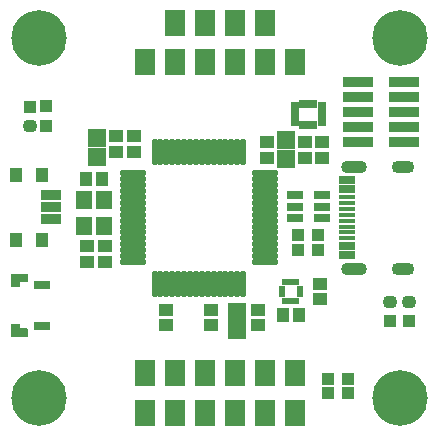
<source format=gts>
%TF.GenerationSoftware,Altium Limited,Altium Designer,25.6.2 (33)*%
G04 Layer_Color=8388736*
%FSLAX45Y45*%
%MOMM*%
%TF.SameCoordinates,DF3DBB3C-48A9-464C-9951-F34C30E37C37*%
%TF.FilePolarity,Negative*%
%TF.FileFunction,Soldermask,Top*%
%TF.Part,Single*%
G01*
G75*
%TA.AperFunction,SMDPad,CuDef*%
%ADD80R,2.60320X0.96320*%
%ADD81R,0.80320X0.50320*%
%ADD82R,0.50320X0.80320*%
%ADD83R,1.70320X2.20320*%
%ADD84R,1.34003X0.70002*%
%ADD85R,1.20320X1.10320*%
%ADD86R,1.10320X1.00320*%
G04:AMPARAMS|DCode=87|XSize=0.5832mm|YSize=0.5532mm|CornerRadius=0.11735mm|HoleSize=0mm|Usage=FLASHONLY|Rotation=270.000|XOffset=0mm|YOffset=0mm|HoleType=Round|Shape=RoundedRectangle|*
%AMROUNDEDRECTD87*
21,1,0.58320,0.31850,0,0,270.0*
21,1,0.34850,0.55320,0,0,270.0*
1,1,0.23470,-0.15925,-0.17425*
1,1,0.23470,-0.15925,0.17425*
1,1,0.23470,0.15925,0.17425*
1,1,0.23470,0.15925,-0.17425*
%
%ADD87ROUNDEDRECTD87*%
%ADD88R,1.40320X0.80320*%
%ADD89R,1.60320X1.50320*%
%ADD90R,1.10320X1.20320*%
%ADD91O,0.50320X2.30320*%
%ADD92O,2.30320X0.50320*%
%ADD93R,1.40320X1.60320*%
%ADD94R,1.00320X1.10320*%
%ADD95R,1.40320X0.80320*%
%TA.AperFunction,ConnectorPad*%
%ADD96R,1.70320X0.90320*%
%TA.AperFunction,SMDPad,CuDef*%
G04:AMPARAMS|DCode=97|XSize=1.0032mm|YSize=1.1032mm|CornerRadius=0.3016mm|HoleSize=0mm|Usage=FLASHONLY|Rotation=270.000|XOffset=0mm|YOffset=0mm|HoleType=Round|Shape=RoundedRectangle|*
%AMROUNDEDRECTD97*
21,1,1.00320,0.50000,0,0,270.0*
21,1,0.40000,1.10320,0,0,270.0*
1,1,0.60320,-0.25000,-0.20000*
1,1,0.60320,-0.25000,0.20000*
1,1,0.60320,0.25000,0.20000*
1,1,0.60320,0.25000,-0.20000*
%
%ADD97ROUNDEDRECTD97*%
%ADD98R,1.10320X1.00320*%
%TA.AperFunction,ConnectorPad*%
%ADD99R,1.00320X1.20320*%
%TA.AperFunction,SMDPad,CuDef*%
%ADD100R,1.34003X0.40002*%
%TA.AperFunction,ComponentPad*%
%ADD101O,2.20002X1.10002*%
%ADD102O,1.90002X1.10002*%
%TA.AperFunction,ViaPad*%
%ADD103C,4.70320*%
G36*
X1730999Y1977125D02*
X1731960Y1976833D01*
X1732433Y1976581D01*
X1732846Y1976360D01*
X1733623Y1975723D01*
Y1975722D01*
X1733623D01*
X1734260Y1974946D01*
X1734481Y1974534D01*
X1734734Y1974060D01*
X1735025Y1973099D01*
X1735124Y1972099D01*
X1735126Y1937221D01*
X1795003D01*
X1796003Y1937123D01*
X1796964Y1936831D01*
X1797850Y1936358D01*
X1798627Y1935720D01*
X1799264Y1934944D01*
X1799738Y1934057D01*
X1800029Y1933096D01*
X1800128Y1932096D01*
Y1867100D01*
X1800029Y1866100D01*
X1799738Y1865139D01*
X1799264Y1864253D01*
X1798627Y1863476D01*
X1797850Y1862839D01*
X1796964Y1862365D01*
X1796003Y1862074D01*
X1795003Y1861975D01*
X1665000D01*
X1664001Y1862074D01*
X1663039Y1862365D01*
X1662153Y1862839D01*
X1661377Y1863476D01*
X1660739Y1864253D01*
X1660266Y1865139D01*
X1659974Y1866100D01*
X1659876Y1867100D01*
Y1972099D01*
X1659974Y1973098D01*
X1660266Y1974060D01*
X1660739Y1974946D01*
X1661377Y1975722D01*
X1662153Y1976360D01*
X1663039Y1976833D01*
X1664001Y1977125D01*
X1665000Y1977224D01*
X1729999D01*
X1730999Y1977125D01*
D02*
G37*
G36*
X1796003Y2402103D02*
X1796964Y2401811D01*
X1797850Y2401338D01*
X1798627Y2400700D01*
X1799264Y2399924D01*
X1799738Y2399037D01*
X1800029Y2398076D01*
X1800128Y2397076D01*
Y2332080D01*
X1800029Y2331080D01*
X1799738Y2330119D01*
X1799264Y2329233D01*
X1798627Y2328456D01*
X1797850Y2327819D01*
X1796964Y2327345D01*
X1796003Y2327054D01*
X1795003Y2326955D01*
X1735127D01*
Y2292080D01*
X1735028Y2291081D01*
X1734736Y2290119D01*
X1734263Y2289233D01*
X1733740Y2288596D01*
X1733626Y2288457D01*
X1733625D01*
Y2288456D01*
X1733487Y2288343D01*
X1732849Y2287819D01*
X1731963Y2287345D01*
X1731002Y2287054D01*
X1730002Y2286955D01*
X1665001Y2286953D01*
X1665000D01*
D01*
X1664001Y2287051D01*
X1663039Y2287343D01*
X1662153Y2287816D01*
X1661516Y2288340D01*
X1661377Y2288454D01*
Y2288454D01*
X1661377D01*
X1661263Y2288593D01*
X1660739Y2289230D01*
X1660266Y2290116D01*
X1659974Y2291078D01*
X1659876Y2292077D01*
Y2292078D01*
D01*
Y2397076D01*
X1659974Y2398076D01*
X1660266Y2399037D01*
X1660739Y2399924D01*
X1661377Y2400700D01*
X1662153Y2401338D01*
X1663039Y2401811D01*
X1664001Y2402103D01*
X1665000Y2402201D01*
X1795003D01*
X1796003Y2402103D01*
D02*
G37*
D80*
X4600790Y3893028D02*
D03*
Y3766028D02*
D03*
Y3639028D02*
D03*
Y3512028D02*
D03*
X4990791D02*
D03*
Y4020028D02*
D03*
Y3893028D02*
D03*
Y3766028D02*
D03*
Y3639028D02*
D03*
X4600790Y4020028D02*
D03*
D81*
X4292297Y3825001D02*
D03*
Y3774999D02*
D03*
X4062295D02*
D03*
Y3725001D02*
D03*
X4292297D02*
D03*
X4062295Y3674999D02*
D03*
Y3825001D02*
D03*
X4292297Y3674999D02*
D03*
D82*
X4227298Y3659998D02*
D03*
X4177296D02*
D03*
X4227298Y3840002D02*
D03*
X4177296D02*
D03*
X4127299D02*
D03*
Y3659998D02*
D03*
D83*
X4060000Y4190020D02*
D03*
X3806000Y4524973D02*
D03*
X2790000Y1224978D02*
D03*
Y1559983D02*
D03*
X3298000Y1224978D02*
D03*
X4060000Y1559983D02*
D03*
X3806000D02*
D03*
X3552000D02*
D03*
X3298000D02*
D03*
X3044000D02*
D03*
X3552000Y4524973D02*
D03*
X3806000Y4190020D02*
D03*
X3044000Y1224978D02*
D03*
X4060000D02*
D03*
X3806000D02*
D03*
X3552000D02*
D03*
X3298000Y4524973D02*
D03*
X3044000D02*
D03*
X3552000Y4190020D02*
D03*
X3298000D02*
D03*
X3044000D02*
D03*
X2790000D02*
D03*
D84*
X4501589Y3194989D02*
D03*
Y2555011D02*
D03*
Y3115005D02*
D03*
Y2634995D02*
D03*
D85*
X4290000Y3382502D02*
D03*
X4150000D02*
D03*
X4275000Y2317497D02*
D03*
X3825000Y3517498D02*
D03*
X3750000Y1962505D02*
D03*
X2700000Y3567498D02*
D03*
X2547499D02*
D03*
X2457806Y2497502D02*
D03*
X2306027D02*
D03*
X3350000Y1962502D02*
D03*
X2975000Y1962505D02*
D03*
X4290000Y3517498D02*
D03*
X4150000D02*
D03*
X2700000Y3432502D02*
D03*
X2547499D02*
D03*
X2457806Y2632498D02*
D03*
X3825000Y3382502D02*
D03*
X2975000Y2097501D02*
D03*
X2306027Y2632503D02*
D03*
X4275000Y2182501D02*
D03*
X3750000Y2097501D02*
D03*
X3350000Y2097502D02*
D03*
D86*
X4262296Y2599990D02*
D03*
X4515000Y1389800D02*
D03*
X4345000D02*
D03*
X4515000Y1510200D02*
D03*
X4345000D02*
D03*
X4092296Y2599990D02*
D03*
X4262296Y2724990D02*
D03*
X4092296D02*
D03*
D87*
X4076502Y2326498D02*
D03*
X4026500Y2173499D02*
D03*
X3976503D02*
D03*
X4103000Y2274997D02*
D03*
X4026500Y2326498D02*
D03*
X3976503D02*
D03*
X3950000Y2274997D02*
D03*
Y2225000D02*
D03*
X4076502Y2173499D02*
D03*
X4103000Y2225000D02*
D03*
D88*
X4062295Y2969764D02*
D03*
X4292297Y2874763D02*
D03*
Y3064766D02*
D03*
X4062295Y2874763D02*
D03*
Y3064766D02*
D03*
X4292297Y2969764D02*
D03*
D89*
X3985000Y3530000D02*
D03*
X3575000Y1920000D02*
D03*
X2385000Y3549998D02*
D03*
Y3389999D02*
D03*
X3575000Y2080000D02*
D03*
X3985000Y3370000D02*
D03*
D90*
X3958997Y2052502D02*
D03*
X2427499Y3203951D02*
D03*
X2292498D02*
D03*
X4093998Y2052502D02*
D03*
D91*
X2925001Y3434999D02*
D03*
X3425005Y2315001D02*
D03*
X2925001D02*
D03*
X3025001Y3434999D02*
D03*
X2975004D02*
D03*
X3475003D02*
D03*
X3275003D02*
D03*
X3025001Y2315001D02*
D03*
X3125001D02*
D03*
X3175003D02*
D03*
X3075004D02*
D03*
X3525005D02*
D03*
X3475003D02*
D03*
X3225001Y3434999D02*
D03*
X3525005D02*
D03*
X3575003D02*
D03*
X3125001D02*
D03*
X3325000D02*
D03*
X3625005D02*
D03*
X3325000Y2315001D02*
D03*
X3275003D02*
D03*
X3225001D02*
D03*
X2875004D02*
D03*
X3375003D02*
D03*
X3075004Y3434999D02*
D03*
X3175003D02*
D03*
X3375003D02*
D03*
X3425005D02*
D03*
X3625005Y2315001D02*
D03*
X2975004D02*
D03*
X2875004Y3434999D02*
D03*
X3575003Y2315001D02*
D03*
D92*
X2690000Y2699999D02*
D03*
Y2550002D02*
D03*
Y2599999D02*
D03*
X3810003Y3050001D02*
D03*
Y3099998D02*
D03*
X2690000Y3199998D02*
D03*
X3810003Y2699999D02*
D03*
Y2750002D02*
D03*
Y2999999D02*
D03*
Y2799999D02*
D03*
Y3199998D02*
D03*
Y3150001D02*
D03*
Y2950001D02*
D03*
Y2899999D02*
D03*
X2690000Y2500000D02*
D03*
Y2799999D02*
D03*
Y2850001D02*
D03*
Y2899999D02*
D03*
Y3099998D02*
D03*
Y3150001D02*
D03*
Y2950001D02*
D03*
X3810003Y2550002D02*
D03*
Y2650002D02*
D03*
Y2500000D02*
D03*
Y2599999D02*
D03*
X2690000Y3050001D02*
D03*
Y2999999D02*
D03*
X3810003Y2850001D02*
D03*
X2690000Y2750002D02*
D03*
Y2650002D02*
D03*
Y3250001D02*
D03*
X3810003D02*
D03*
D93*
X2445002Y3025000D02*
D03*
X2275000Y2804985D02*
D03*
Y3025000D02*
D03*
X2445002Y2804985D02*
D03*
D94*
X1960200Y3647387D02*
D03*
Y3817384D02*
D03*
D95*
X1925000Y1962073D02*
D03*
Y2302073D02*
D03*
D96*
X1995009Y3064766D02*
D03*
Y2964766D02*
D03*
Y2864766D02*
D03*
D97*
X5027701Y2165299D02*
D03*
X4872299Y2165302D02*
D03*
X1822299Y3651105D02*
D03*
D98*
X4872299Y2000303D02*
D03*
X1822299Y3816104D02*
D03*
X5027701Y2000301D02*
D03*
D99*
X1704992Y2689760D02*
D03*
Y3239772D02*
D03*
X1925007Y2689760D02*
D03*
Y3239772D02*
D03*
D100*
X4501589Y2899994D02*
D03*
Y2699994D02*
D03*
Y2750007D02*
D03*
Y2799994D02*
D03*
Y2999993D02*
D03*
Y2950006D02*
D03*
Y2850006D02*
D03*
Y3050006D02*
D03*
D101*
X4563590Y3307003D02*
D03*
Y2442997D02*
D03*
D102*
X4981598Y3307003D02*
D03*
Y2442997D02*
D03*
D103*
X1900000Y4400000D02*
D03*
Y1350000D02*
D03*
X4950000D02*
D03*
Y4400000D02*
D03*
%TF.MD5,f78d02798180fa4c3a7a85b6d7ffd857*%
M02*

</source>
